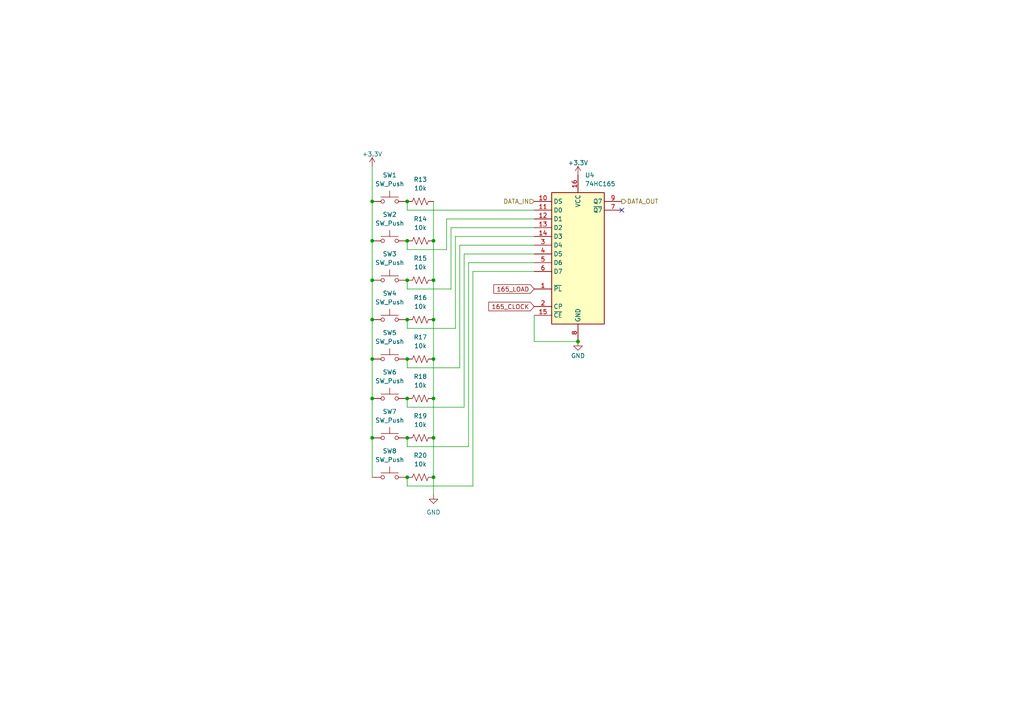
<source format=kicad_sch>
(kicad_sch (version 20230121) (generator eeschema)
  (paper "A4")
  (lib_symbols
    (symbol "74xx:74HC165"
      (property "Reference" "U" (at -7.62 19.05 0))
      (property "Value" "74HC165" (at -7.62 -21.59 0))
      (symbol "74HC165_1_0"
        (pin input line (at -12.7 -10.16 0) (length 5.08) (name "~{PL}") (number "1"))
        (pin input line (at -12.7 15.24 0) (length 5.08) (name "DS") (number "10"))
        (pin input line (at -12.7 12.7 0) (length 5.08) (name "D0") (number "11"))
        (pin input line (at -12.7 10.16 0) (length 5.08) (name "D1") (number "12"))
        (pin input line (at -12.7 7.62 0) (length 5.08) (name "D2") (number "13"))
        (pin input line (at -12.7 5.08 0) (length 5.08) (name "D3") (number "14"))
        (pin input line (at -12.7 -17.78 0) (length 5.08) (name "~{CE}") (number "15"))
        (pin power_in line (at 0 22.86 270) (length 5.08) (name "VCC") (number "16"))
        (pin input line (at -12.7 -15.24 0) (length 5.08) (name "CP") (number "2"))
        (pin input line (at -12.7 2.54 0) (length 5.08) (name "D4") (number "3"))
        (pin input line (at -12.7 0 0) (length 5.08) (name "D5") (number "4"))
        (pin input line (at -12.7 -2.54 0) (length 5.08) (name "D6") (number "5"))
        (pin input line (at -12.7 -5.08 0) (length 5.08) (name "D7") (number "6"))
        (pin output line (at 12.7 12.7 180) (length 5.08) (name "~{Q7}") (number "7"))
        (pin power_in line (at 0 -25.4 90) (length 5.08) (name "GND") (number "8"))
        (pin output line (at 12.7 15.24 180) (length 5.08) (name "Q7") (number "9"))
      )
      (symbol "74HC165_1_1"
        (rectangle (start -7.62 17.78) (end 7.62 -20.32) (stroke (width 0.254)) (fill (type background)))
      )
    )
    (symbol "Device:R_US" (pin_numbers hide) (pin_names (offset 0))
      (property "Reference" "R" (at 2.54 0 90))
      (property "Value" "R_US" (at -2.54 0 90))
      (symbol "R_US_0_1"
        (polyline (pts (xy 0 -2.286) (xy 0 -2.54)))
        (polyline (pts (xy 0 2.286) (xy 0 2.54)))
        (polyline (pts (xy 0 -0.762) (xy 1.016 -1.143) (xy 0 -1.524) (xy -1.016 -1.905) (xy 0 -2.286)))
        (polyline (pts (xy 0 0.762) (xy 1.016 0.381) (xy 0 0) (xy -1.016 -0.381) (xy 0 -0.762)))
        (polyline (pts (xy 0 2.286) (xy 1.016 1.905) (xy 0 1.524) (xy -1.016 1.143) (xy 0 0.762)))
      )
      (symbol "R_US_1_1"
        (pin passive line (at 0 3.81 270) (length 1.27) (name "~") (number "1"))
        (pin passive line (at 0 -3.81 90) (length 1.27) (name "~") (number "2"))
      )
    )
    (symbol "Switch:SW_Push" (pin_numbers hide) (pin_names (offset 1.016) hide)
      (property "Reference" "SW" (at 1.27 2.54 0))
      (property "Value" "SW_Push" (at 0 -1.524 0))
      (symbol "SW_Push_0_1"
        (circle (center -2.032 0) (radius 0.508))
        (polyline (pts (xy 0 1.27) (xy 0 3.048)))
        (polyline (pts (xy 2.54 1.27) (xy -2.54 1.27)))
        (circle (center 2.032 0) (radius 0.508))
        (pin passive line (at -5.08 0 0) (length 2.54) (name "1") (number "1"))
        (pin passive line (at 5.08 0 180) (length 2.54) (name "2") (number "2"))
      )
    )
    (symbol "power:+3.3V" (power) (pin_names (offset 0))
      (property "Value" "+3.3V" (at 0 3.556 0))
      (symbol "+3.3V_0_1"
        (polyline (pts (xy -0.762 1.27) (xy 0 2.54)))
        (polyline (pts (xy 0 0) (xy 0 2.54)))
        (polyline (pts (xy 0 2.54) (xy 0.762 1.27)))
      )
      (symbol "+3.3V_1_1"
        (pin power_in line (at 0 0 90) (length 0) hide (name "+3.3V") (number "1"))
      )
    )
    (symbol "power:GND" (power) (pin_names (offset 0))
      (property "Value" "GND" (at 0 -3.81 0))
      (symbol "GND_0_1"
        (polyline (pts (xy 0 0) (xy 0 -1.27) (xy 1.27 -1.27) (xy 0 -2.54) (xy -1.27 -1.27) (xy 0 -1.27)))
      )
      (symbol "GND_1_1"
        (pin power_in line (at 0 0 270) (length 0) hide (name "GND") (number "1"))
      )
    )
  )
  (junction (at 118.11 138.43))
  (junction (at 118.11 69.85))
  (junction (at 118.11 127))
  (junction (at 107.95 69.85))
  (junction (at 125.73 69.85))
  (junction (at 107.95 81.28))
  (junction (at 118.11 92.71))
  (junction (at 107.95 104.14))
  (junction (at 125.73 104.14))
  (junction (at 167.64 99.06))
  (junction (at 118.11 104.14))
  (junction (at 125.73 81.28))
  (junction (at 125.73 92.71))
  (junction (at 107.95 115.57))
  (junction (at 118.11 58.42))
  (junction (at 125.73 138.43))
  (junction (at 107.95 127))
  (junction (at 107.95 58.42))
  (junction (at 118.11 115.57))
  (junction (at 107.95 92.71))
  (junction (at 118.11 81.28))
  (junction (at 125.73 127))
  (junction (at 125.73 115.57))
  (no_connect (at 180.34 60.96))
  (wire (pts (xy 135.89 129.54) (xy 135.89 76.2)))
  (wire (pts (xy 133.35 71.12) (xy 154.94 71.12)))
  (wire (pts (xy 125.73 138.43) (xy 125.73 143.51)))
  (wire (pts (xy 125.73 127) (xy 125.73 138.43)))
  (wire (pts (xy 118.11 129.54) (xy 135.89 129.54)))
  (wire (pts (xy 107.95 104.14) (xy 107.95 115.57)))
  (wire (pts (xy 125.73 58.42) (xy 125.73 69.85)))
  (wire (pts (xy 118.11 115.57) (xy 118.11 118.11)))
  (wire (pts (xy 137.16 78.74) (xy 154.94 78.74)))
  (wire (pts (xy 125.73 69.85) (xy 125.73 81.28)))
  (wire (pts (xy 129.54 72.39) (xy 129.54 63.5)))
  (wire (pts (xy 125.73 104.14) (xy 125.73 115.57)))
  (wire (pts (xy 133.35 106.68) (xy 133.35 71.12)))
  (wire (pts (xy 154.94 91.44) (xy 154.94 99.06)))
  (wire (pts (xy 132.08 95.25) (xy 132.08 68.58)))
  (wire (pts (xy 130.81 66.04) (xy 130.81 83.82)))
  (wire (pts (xy 134.62 118.11) (xy 134.62 73.66)))
  (wire (pts (xy 107.95 115.57) (xy 107.95 127)))
  (wire (pts (xy 118.11 106.68) (xy 133.35 106.68)))
  (wire (pts (xy 137.16 140.97) (xy 137.16 78.74)))
  (wire (pts (xy 125.73 92.71) (xy 125.73 104.14)))
  (wire (pts (xy 118.11 127) (xy 118.11 129.54)))
  (wire (pts (xy 118.11 60.96) (xy 154.94 60.96)))
  (wire (pts (xy 107.95 48.26) (xy 107.95 58.42)))
  (wire (pts (xy 154.94 66.04) (xy 130.81 66.04)))
  (wire (pts (xy 132.08 68.58) (xy 154.94 68.58)))
  (wire (pts (xy 118.11 104.14) (xy 118.11 106.68)))
  (wire (pts (xy 118.11 72.39) (xy 129.54 72.39)))
  (wire (pts (xy 118.11 69.85) (xy 118.11 72.39)))
  (wire (pts (xy 118.11 95.25) (xy 132.08 95.25)))
  (wire (pts (xy 107.95 69.85) (xy 107.95 81.28)))
  (wire (pts (xy 107.95 58.42) (xy 107.95 69.85)))
  (wire (pts (xy 125.73 115.57) (xy 125.73 127)))
  (wire (pts (xy 118.11 92.71) (xy 118.11 95.25)))
  (wire (pts (xy 134.62 73.66) (xy 154.94 73.66)))
  (wire (pts (xy 107.95 92.71) (xy 107.95 104.14)))
  (wire (pts (xy 118.11 118.11) (xy 134.62 118.11)))
  (wire (pts (xy 118.11 58.42) (xy 118.11 60.96)))
  (wire (pts (xy 107.95 81.28) (xy 107.95 92.71)))
  (wire (pts (xy 130.81 83.82) (xy 118.11 83.82)))
  (wire (pts (xy 135.89 76.2) (xy 154.94 76.2)))
  (wire (pts (xy 118.11 140.97) (xy 137.16 140.97)))
  (wire (pts (xy 118.11 138.43) (xy 118.11 140.97)))
  (wire (pts (xy 107.95 127) (xy 107.95 138.43)))
  (wire (pts (xy 125.73 81.28) (xy 125.73 92.71)))
  (wire (pts (xy 118.11 83.82) (xy 118.11 81.28)))
  (wire (pts (xy 129.54 63.5) (xy 154.94 63.5)))
  (wire (pts (xy 154.94 99.06) (xy 167.64 99.06)))
  (global_label "165_LOAD" (shape input) (at 154.94 83.82 180) (property "Intersheetrefs" "${INTERSHEET_REFS}" (effects hide)))
  (global_label "165_CLOCK" (shape input) (at 154.94 88.9 180) (property "Intersheetrefs" "${INTERSHEET_REFS}" (effects hide)))
  (hierarchical_label "DATA_OUT" (shape output) (at 180.34 58.42 0))
  (hierarchical_label "DATA_IN" (shape input) (at 154.94 58.42 180))
  (symbol (lib_id "Device:R_US") (at 121.92 81.28 90) (unit 1)
    (property "Reference" "R15" (at 121.92 74.93 90))
    (property "Value" "10k" (at 121.92 77.47 90))
    (property "Footprint" "Resistor_SMD:R_0603_1608Metric" (effects hide))
    (instances (project "dk2_04_top" (path "" (reference "R15") (unit 1)) (path "" (reference "R23") (unit 1)) (path "" (reference "R43") (unit 1))))
  )
  (symbol (lib_id "Switch:SW_Push") (at 113.03 115.57 0) (unit 1)
    (property "Reference" "SW6" (at 113.03 107.95 0))
    (property "Value" "SW_Push" (at 113.03 110.49 0))
    (property "Footprint" "Button_Switch_THT:SW_PUSH_6mm" (effects hide))
    (instances (project "dk2_04_top" (path "" (reference "SW6") (unit 1)) (path "" (reference "SW14") (unit 1)) (path "" (reference "SW22") (unit 1))))
  )
  (symbol (lib_id "Device:R_US") (at 121.92 92.71 90) (unit 1)
    (property "Reference" "R16" (at 121.92 86.36 90))
    (property "Value" "10k" (at 121.92 88.9 90))
    (property "Footprint" "Resistor_SMD:R_0603_1608Metric" (effects hide))
    (instances (project "dk2_04_top" (path "" (reference "R16") (unit 1)) (path "" (reference "R24") (unit 1)) (path "" (reference "R44") (unit 1))))
  )
  (symbol (lib_id "Device:R_US") (at 121.92 58.42 90) (unit 1)
    (property "Reference" "R13" (at 121.92 52.07 90))
    (property "Value" "10k" (at 121.92 54.61 90))
    (property "Footprint" "Resistor_SMD:R_0603_1608Metric" (effects hide))
    (instances (project "dk2_04_top" (path "" (reference "R13") (unit 1)) (path "" (reference "R21") (unit 1)) (path "" (reference "R41") (unit 1))))
  )
  (symbol (lib_id "Switch:SW_Push") (at 113.03 92.71 0) (unit 1)
    (property "Reference" "SW4" (at 113.03 85.09 0))
    (property "Value" "SW_Push" (at 113.03 87.63 0))
    (property "Footprint" "Button_Switch_THT:SW_PUSH_6mm" (effects hide))
    (instances (project "dk2_04_top" (path "" (reference "SW4") (unit 1)) (path "" (reference "SW12") (unit 1)) (path "" (reference "SW20") (unit 1))))
  )
  (symbol (lib_id "power:GND") (at 125.73 143.51 0) (unit 1)
    (property "Reference" "#PWR034" (effects hide))
    (property "Value" "GND" (at 125.73 148.59 0))
    (instances (project "dk2_04_top" (path "" (reference "#PWR034") (unit 1)) (path "" (reference "#PWR038") (unit 1)) (path "" (reference "#PWR010") (unit 1))))
  )
  (symbol (lib_id "power:GND") (at 167.64 99.06 0) (unit 1)
    (property "Reference" "#PWR036" (effects hide))
    (property "Value" "GND" (at 167.64 103.1955 0))
    (instances (project "dk2_04_top" (path "" (reference "#PWR036") (unit 1)) (path "" (reference "#PWR040") (unit 1)) (path "" (reference "#PWR020") (unit 1))))
  )
  (symbol (lib_id "Switch:SW_Push") (at 113.03 104.14 0) (unit 1)
    (property "Reference" "SW5" (at 113.03 96.52 0))
    (property "Value" "SW_Push" (at 113.03 99.06 0))
    (property "Footprint" "Button_Switch_THT:SW_PUSH_6mm" (effects hide))
    (instances (project "dk2_04_top" (path "" (reference "SW5") (unit 1)) (path "" (reference "SW13") (unit 1)) (path "" (reference "SW21") (unit 1))))
  )
  (symbol (lib_id "Switch:SW_Push") (at 113.03 138.43 0) (unit 1)
    (property "Reference" "SW8" (at 113.03 130.81 0))
    (property "Value" "SW_Push" (at 113.03 133.35 0))
    (property "Footprint" "Button_Switch_THT:SW_PUSH_6mm" (effects hide))
    (instances (project "dk2_04_top" (path "" (reference "SW8") (unit 1)) (path "" (reference "SW16") (unit 1)) (path "" (reference "SW24") (unit 1))))
  )
  (symbol (lib_id "Switch:SW_Push") (at 113.03 69.85 0) (unit 1)
    (property "Reference" "SW2" (at 113.03 62.23 0))
    (property "Value" "SW_Push" (at 113.03 64.77 0))
    (property "Footprint" "Button_Switch_THT:SW_PUSH_6mm" (effects hide))
    (instances (project "dk2_04_top" (path "" (reference "SW2") (unit 1)) (path "" (reference "SW10") (unit 1)) (path "" (reference "SW2") (unit 1))))
  )
  (symbol (lib_id "74xx:74HC165") (at 167.64 73.66 0) (unit 1)
    (property "Reference" "U4" (at 169.6594 50.8 0) (effects (justify left)))
    (property "Value" "74HC165" (at 169.6594 53.34 0) (effects (justify left)))
    (property "Footprint" "Package_SO:SOIC-16_3.9x9.9mm_P1.27mm" (effects hide))
    (property "Datasheet" "https://assets.nexperia.com/documents/data-sheet/74HC_HCT165.pdf" (effects hide))
    (instances (project "dk2_04_top" (path "" (reference "U4") (unit 1)) (path "" (reference "U5") (unit 1)) (path "" (reference "U10") (unit 1))))
  )
  (symbol (lib_id "Switch:SW_Push") (at 113.03 81.28 0) (unit 1)
    (property "Reference" "SW3" (at 113.03 73.66 0))
    (property "Value" "SW_Push" (at 113.03 76.2 0))
    (property "Footprint" "Button_Switch_THT:SW_PUSH_6mm" (effects hide))
    (instances (project "dk2_04_top" (path "" (reference "SW3") (unit 1)) (path "" (reference "SW11") (unit 1)) (path "" (reference "SW19") (unit 1))))
  )
  (symbol (lib_id "Device:R_US") (at 121.92 127 90) (unit 1)
    (property "Reference" "R19" (at 121.92 120.65 90))
    (property "Value" "10k" (at 121.92 123.19 90))
    (property "Footprint" "Resistor_SMD:R_0603_1608Metric" (effects hide))
    (instances (project "dk2_04_top" (path "" (reference "R19") (unit 1)) (path "" (reference "R27") (unit 1)) (path "" (reference "R47") (unit 1))))
  )
  (symbol (lib_id "Switch:SW_Push") (at 113.03 127 0) (unit 1)
    (property "Reference" "SW7" (at 113.03 119.38 0))
    (property "Value" "SW_Push" (at 113.03 121.92 0))
    (property "Footprint" "Button_Switch_THT:SW_PUSH_6mm" (effects hide))
    (instances (project "dk2_04_top" (path "" (reference "SW7") (unit 1)) (path "" (reference "SW15") (unit 1)) (path "" (reference "SW23") (unit 1))))
  )
  (symbol (lib_id "power:+3.3V") (at 167.64 50.8 0) (unit 1)
    (property "Reference" "#PWR?" (effects hide))
    (property "Value" "+3.3V" (at 167.64 47.244 0))
    (instances (project "dk2_04_top" (path "" (reference "#PWR?") (unit 1)) (path "" (reference "#PWR035") (unit 1)) (path "" (reference "#PWR039") (unit 1)) (path "" (reference "#PWR011") (unit 1))))
  )
  (symbol (lib_id "Device:R_US") (at 121.92 115.57 90) (unit 1)
    (property "Reference" "R18" (at 121.92 109.22 90))
    (property "Value" "10k" (at 121.92 111.76 90))
    (property "Footprint" "Resistor_SMD:R_0603_1608Metric" (effects hide))
    (instances (project "dk2_04_top" (path "" (reference "R18") (unit 1)) (path "" (reference "R26") (unit 1)) (path "" (reference "R46") (unit 1))))
  )
  (symbol (lib_id "power:+3.3V") (at 107.95 48.26 0) (unit 1)
    (property "Reference" "#PWR033" (effects hide))
    (property "Value" "+3.3V" (at 107.95 44.704 0))
    (instances (project "dk2_04_top" (path "" (reference "#PWR033") (unit 1)) (path "" (reference "#PWR037") (unit 1)) (path "" (reference "#PWR07") (unit 1))))
  )
  (symbol (lib_id "Device:R_US") (at 121.92 138.43 90) (unit 1)
    (property "Reference" "R20" (at 121.92 132.08 90))
    (property "Value" "10k" (at 121.92 134.62 90))
    (property "Footprint" "Resistor_SMD:R_0603_1608Metric" (effects hide))
    (instances (project "dk2_04_top" (path "" (reference "R20") (unit 1)) (path "" (reference "R28") (unit 1)) (path "" (reference "R48") (unit 1))))
  )
  (symbol (lib_id "Device:R_US") (at 121.92 69.85 90) (unit 1)
    (property "Reference" "R14" (at 121.92 63.5 90))
    (property "Value" "10k" (at 121.92 66.04 90))
    (property "Footprint" "Resistor_SMD:R_0603_1608Metric" (effects hide))
    (instances (project "dk2_04_top" (path "" (reference "R14") (unit 1)) (path "" (reference "R22") (unit 1)) (path "" (reference "R42") (unit 1))))
  )
  (symbol (lib_id "Device:R_US") (at 121.92 104.14 90) (unit 1)
    (property "Reference" "R17" (at 121.92 97.79 90))
    (property "Value" "10k" (at 121.92 100.33 90))
    (property "Footprint" "Resistor_SMD:R_0603_1608Metric" (effects hide))
    (instances (project "dk2_04_top" (path "" (reference "R17") (unit 1)) (path "" (reference "R25") (unit 1)) (path "" (reference "R45") (unit 1))))
  )
  (symbol (lib_id "Switch:SW_Push") (at 113.03 58.42 0) (unit 1)
    (property "Reference" "SW1" (at 113.03 50.8 0))
    (property "Value" "SW_Push" (at 113.03 53.34 0))
    (property "Footprint" "Button_Switch_THT:SW_PUSH_6mm" (effects hide))
    (instances (project "dk2_04_top" (path "" (reference "SW1") (unit 1)) (path "" (reference "SW9") (unit 1)) (path "" (reference "SW1") (unit 1))))
  )
)
</source>
